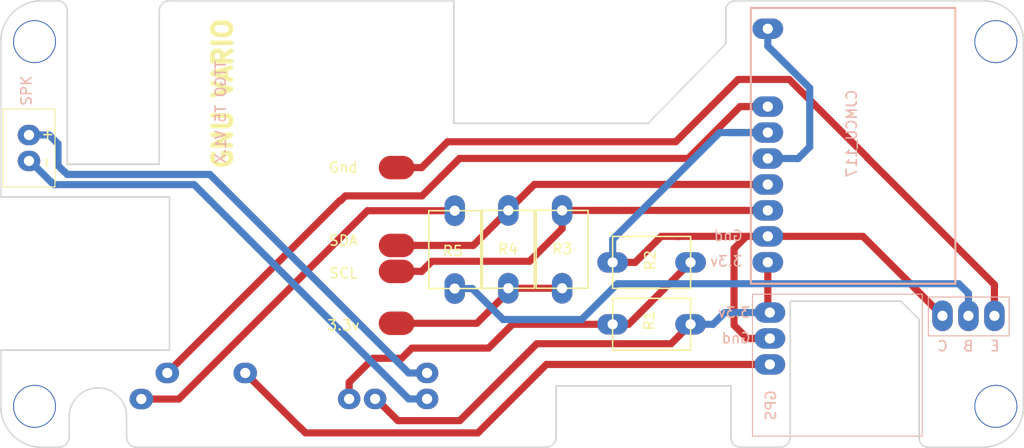
<source format=kicad_pcb>
(kicad_pcb (version 20171130) (host pcbnew "(5.0.0)")

  (general
    (thickness 1.6)
    (drawings 51)
    (tracks 121)
    (zones 0)
    (modules 15)
    (nets 15)
  )

  (page A4)
  (title_block
    (title "GNU Vario for TTGO T5")
    (date 2019-07-02)
    (rev "V 1.4")
    (company Ratamuse)
  )

  (layers
    (0 F.Cu signal)
    (31 B.Cu signal)
    (32 B.Adhes user hide)
    (33 F.Adhes user hide)
    (34 B.Paste user)
    (35 F.Paste user)
    (36 B.SilkS user)
    (37 F.SilkS user)
    (38 B.Mask user hide)
    (39 F.Mask user hide)
    (40 Dwgs.User user hide)
    (41 Cmts.User user hide)
    (42 Eco1.User user hide)
    (43 Eco2.User user hide)
    (44 Edge.Cuts user)
    (45 Margin user hide)
    (46 B.CrtYd user hide)
    (47 F.CrtYd user hide)
    (48 B.Fab user hide)
    (49 F.Fab user hide)
  )

  (setup
    (last_trace_width 0.7)
    (trace_clearance 0.3)
    (zone_clearance 0.1)
    (zone_45_only no)
    (trace_min 0.2)
    (segment_width 0.2)
    (edge_width 0.2)
    (via_size 0.8)
    (via_drill 0.4)
    (via_min_size 0.4)
    (via_min_drill 0.3)
    (uvia_size 0.3)
    (uvia_drill 0.1)
    (uvias_allowed no)
    (uvia_min_size 0.2)
    (uvia_min_drill 0.1)
    (pcb_text_width 0.3)
    (pcb_text_size 1.5 1.5)
    (mod_edge_width 0.15)
    (mod_text_size 1 1)
    (mod_text_width 0.15)
    (pad_size 2 2.2)
    (pad_drill 1)
    (pad_to_mask_clearance 0.2)
    (aux_axis_origin 0 0)
    (visible_elements 7FFFFFFF)
    (pcbplotparams
      (layerselection 0x010f0_ffffffff)
      (usegerberextensions true)
      (usegerberattributes true)
      (usegerberadvancedattributes false)
      (creategerberjobfile false)
      (excludeedgelayer false)
      (linewidth 0.100000)
      (plotframeref false)
      (viasonmask false)
      (mode 1)
      (useauxorigin true)
      (hpglpennumber 1)
      (hpglpenspeed 20)
      (hpglpendiameter 15.000000)
      (psnegative false)
      (psa4output false)
      (plotreference true)
      (plotvalue true)
      (plotinvisibletext false)
      (padsonsilk true)
      (subtractmaskfromsilk false)
      (outputformat 1)
      (mirror false)
      (drillshape 0)
      (scaleselection 1)
      (outputdirectory "JLCPCB/"))
  )

  (net 0 "")
  (net 1 "Net-(ESP321-Pad3)")
  (net 2 "Net-(ESP321-Pad4)")
  (net 3 "Net-(ESP321-Pad20)")
  (net 4 "Net-(ESP321-Pad23)")
  (net 5 "Net-(U1-Pad10)")
  (net 6 "Net-(J1-Pad1)")
  (net 7 "Net-(J1-Pad3)")
  (net 8 "Net-(J1-Pad4)")
  (net 9 "Net-(J1-Pad5)")
  (net 10 "Net-(Q1-Pad2)")
  (net 11 "Net-(Q1-Pad3)")
  (net 12 "Net-(ESP321-Pad12)")
  (net 13 "Net-(ESP321-Pad13)")
  (net 14 "Net-(ESP321-Pad1)")

  (net_class Default "Ceci est la Netclass par défaut."
    (clearance 0.3)
    (trace_width 0.7)
    (via_dia 0.8)
    (via_drill 0.4)
    (uvia_dia 0.3)
    (uvia_drill 0.1)
    (add_net "Net-(ESP321-Pad1)")
    (add_net "Net-(ESP321-Pad12)")
    (add_net "Net-(ESP321-Pad13)")
    (add_net "Net-(ESP321-Pad20)")
    (add_net "Net-(ESP321-Pad23)")
    (add_net "Net-(ESP321-Pad3)")
    (add_net "Net-(ESP321-Pad4)")
    (add_net "Net-(J1-Pad1)")
    (add_net "Net-(J1-Pad3)")
    (add_net "Net-(J1-Pad4)")
    (add_net "Net-(J1-Pad5)")
    (add_net "Net-(Q1-Pad2)")
    (add_net "Net-(Q1-Pad3)")
    (add_net "Net-(U1-Pad10)")
  )

  (module modules:Speaker (layer B.Cu) (tedit 5D1A7FFB) (tstamp 5D1290B6)
    (at 90.8 76.5 270)
    (path /5D129FC5)
    (fp_text reference SPK (at -1.8 2.8 270) (layer B.SilkS)
      (effects (font (size 1 1) (thickness 0.15)))
    )
    (fp_text value Speaker (at 4 7.5 270) (layer B.Adhes)
      (effects (font (size 1 1) (thickness 0.15)) (justify mirror))
    )
    (fp_text user - (at 5.25 0.89 270) (layer F.SilkS)
      (effects (font (size 1 1) (thickness 0.15)))
    )
    (fp_text user + (at 2.5 0.79 270) (layer F.SilkS)
      (effects (font (size 1 1) (thickness 0.15)))
    )
    (fp_line (start 7.62 0) (end 0 0) (layer F.SilkS) (width 0.1))
    (fp_line (start 7.62 5.08) (end 7.62 0) (layer F.SilkS) (width 0.1))
    (fp_line (start 0 5.08) (end 7.62 5.08) (layer F.SilkS) (width 0.1))
    (fp_line (start 0 0) (end 0 5.08) (layer F.SilkS) (width 0.1))
    (pad 2 thru_hole oval (at 5.08 2.54 270) (size 2 2.2) (drill 1) (layers *.Cu *.Paste *.Mask)
      (net 14 "Net-(ESP321-Pad1)"))
    (pad 1 thru_hole oval (at 2.54 2.54 270) (size 2 2.2) (drill 1) (layers *.Cu *.Paste *.Mask)
      (net 13 "Net-(ESP321-Pad13)"))
  )

  (module "modules:trou pads" (layer F.Cu) (tedit 5D129581) (tstamp 5D128189)
    (at 88.8 105.6)
    (fp_text reference REF** (at -10.9 3.8) (layer F.Fab)
      (effects (font (size 1 1) (thickness 0.15)))
    )
    (fp_text value "trou pads" (at -12.5 -0.4) (layer F.Fab)
      (effects (font (size 1 1) (thickness 0.15)))
    )
    (pad "" np_thru_hole circle (at 0 0) (size 4.2 4.2) (drill 4) (layers *.Cu *.Mask))
  )

  (module "modules:trou pads" (layer F.Cu) (tedit 5D129581) (tstamp 5D12817E)
    (at 88.8 69.9)
    (fp_text reference REF** (at -12.1 2.8) (layer F.Fab)
      (effects (font (size 1 1) (thickness 0.15)))
    )
    (fp_text value "trou pads" (at -12.5 -0.4) (layer F.Fab)
      (effects (font (size 1 1) (thickness 0.15)))
    )
    (pad "" np_thru_hole circle (at 0 0) (size 4.2 4.2) (drill 4) (layers *.Cu *.Mask))
  )

  (module "modules:trou pads" (layer F.Cu) (tedit 5D129581) (tstamp 5D128174)
    (at 182.8 69.9)
    (fp_text reference REF** (at 19.4 2.4) (layer F.Fab)
      (effects (font (size 1 1) (thickness 0.15)))
    )
    (fp_text value "trou pads" (at -12.5 -0.4) (layer F.Fab)
      (effects (font (size 1 1) (thickness 0.15)))
    )
    (pad "" np_thru_hole circle (at 0 0) (size 4.2 4.2) (drill 4) (layers *.Cu *.Mask))
  )

  (module "modules:trou pads" (layer F.Cu) (tedit 5D129581) (tstamp 5D128161)
    (at 182.8 105.6)
    (fp_text reference REF** (at -12.1 2.8) (layer F.Fab)
      (effects (font (size 1 1) (thickness 0.15)))
    )
    (fp_text value "trou pads" (at -12.5 -0.4) (layer F.Fab)
      (effects (font (size 1 1) (thickness 0.15)))
    )
    (pad "" np_thru_hole circle (at 0 0) (size 4.2 4.2) (drill 4) (layers *.Cu *.Mask))
  )

  (module modules:TTGO_T5_V1.2v2 (layer F.Cu) (tedit 5D128E03) (tstamp 5D06BB92)
    (at 127.734546 102.554532 90)
    (tags TTGO)
    (path /5CD6BCB7)
    (fp_text reference "TTGO T5 V1.X" (at 25.754532 -20.734546 90) (layer B.SilkS)
      (effects (font (size 1 1) (thickness 0.15)) (justify mirror))
    )
    (fp_text value TTGO_T5 (at 13.02 -34.57 90) (layer F.Fab)
      (effects (font (size 1 1) (thickness 0.15)))
    )
    (fp_line (start -7.06 0) (end -7.06 -35.7) (layer Dwgs.User) (width 0.15))
    (fp_line (start -7.06 -35.7) (end 20.64 -35.7) (layer Dwgs.User) (width 0.15))
    (fp_line (start 36.64 -26.7) (end 36.64 2.1) (layer Dwgs.User) (width 0.15))
    (fp_line (start 36.64 30.1) (end -7.06 30.1) (layer Dwgs.User) (width 0.15))
    (fp_line (start -7.06 12.1) (end -7.06 0) (layer Dwgs.User) (width 0.15))
    (fp_line (start -7.06 22.1) (end -1.07 22.1) (layer Dwgs.User) (width 0.15))
    (fp_line (start -1.07 22.1) (end -1.07 12.1) (layer Dwgs.User) (width 0.15))
    (fp_line (start -1.07 12.1) (end -7.06 12.1) (layer Dwgs.User) (width 0.15))
    (fp_line (start -7.06 22.1) (end -7.06 30.1) (layer Dwgs.User) (width 0.15))
    (fp_line (start 20.64 -35.7) (end 20.64 -26.7) (layer Dwgs.User) (width 0.15))
    (fp_line (start 20.64 -26.7) (end 36.64 -26.7) (layer Dwgs.User) (width 0.15))
    (fp_line (start 36.64 21.1) (end 24.64 21.1) (layer Dwgs.User) (width 0.15))
    (fp_line (start 24.64 21.1) (end 24.64 2.1) (layer Dwgs.User) (width 0.15))
    (fp_line (start 24.64 2.1) (end 36.64 2.1) (layer Dwgs.User) (width 0.15))
    (fp_line (start 36.64 21.1) (end 36.64 30.1) (layer Dwgs.User) (width 0.15))
    (fp_circle (center 33.63 25.66) (end 34.83 25.66) (layer Dwgs.User) (width 0.15))
    (fp_circle (center -4.05 -32.7) (end -2.85 -32.7) (layer Dwgs.User) (width 0.15))
    (fp_circle (center -4.05 25.68) (end -2.85 25.68) (layer Dwgs.User) (width 0.15))
    (pad "HP +" thru_hole oval (at 0.22 -0.55 90) (size 2 2.2) (drill 1) (layers *.Cu *.Paste *.Mask)
      (net 13 "Net-(ESP321-Pad13)"))
    (pad "HP -" thru_hole oval (at -2.32 -0.55 90) (size 2 2.2) (drill 1) (layers *.Cu *.Paste *.Mask)
      (net 14 "Net-(ESP321-Pad1)"))
    (pad 12 thru_hole oval (at -2.33 -28.49 90) (size 2 2.3) (drill 1) (layers *.Cu *.Paste *.Mask)
      (net 12 "Net-(ESP321-Pad12)"))
    (pad 3 thru_hole oval (at -2.32 -5.63 90) (size 2 2.2) (drill 1) (layers *.Cu *.Paste *.Mask)
      (net 1 "Net-(ESP321-Pad3)"))
    (pad 4 thru_hole oval (at -2.32 -8.17 90) (size 2 2.2) (drill 1) (layers *.Cu *.Paste *.Mask)
      (net 2 "Net-(ESP321-Pad4)"))
    (pad 20 thru_hole oval (at 0.22 -18.33 90) (size 2 2.3) (drill 1) (layers *.Cu *.Paste *.Mask)
      (net 3 "Net-(ESP321-Pad20)"))
    (pad 23 thru_hole oval (at 0.22 -25.95 90) (size 2 2.3) (drill 1) (layers *.Cu *.Paste *.Mask)
      (net 4 "Net-(ESP321-Pad23)"))
  )

  (module modules:GPS (layer F.Cu) (tedit 5D0C9FA5) (tstamp 5CF0DA1C)
    (at 160.7 96.42 270)
    (path /5CD6BEF4)
    (fp_text reference U2 (at 4.2 -7.3 270) (layer Dwgs.User)
      (effects (font (size 1 1) (thickness 0.15)) (justify mirror))
    )
    (fp_text value GPS (at 9.08 -0.1 270) (layer B.SilkS)
      (effects (font (size 1 1) (thickness 0.15)) (justify mirror))
    )
    (fp_text user Gnd (at 2.5 3.3) (layer B.SilkS)
      (effects (font (size 1 1) (thickness 0.15)) (justify mirror))
    )
    (fp_text user 3.3v (at 0 3.5) (layer B.SilkS)
      (effects (font (size 1 1) (thickness 0.15)) (justify mirror))
    )
    (fp_line (start 12.1 1.7) (end -1.8 1.7) (layer B.SilkS) (width 0.1))
    (fp_line (start 12.1 -14.9) (end 12.1 1.7) (layer B.SilkS) (width 0.1))
    (fp_line (start -1.8 -14.9) (end 12.1 -14.9) (layer B.SilkS) (width 0.1))
    (fp_line (start -1.8 1.7) (end -1.8 -14.9) (layer B.SilkS) (width 0.1))
    (pad 1 thru_hole oval (at 0 0 270) (size 2 3) (drill 1) (layers *.Cu *.Paste *.Mask)
      (net 1 "Net-(ESP321-Pad3)"))
    (pad 3 thru_hole oval (at 5.08 0 270) (size 2 3) (drill 1) (layers *.Cu *.Paste *.Mask)
      (net 3 "Net-(ESP321-Pad20)"))
    (pad 2 thru_hole oval (at 2.54 0 270) (size 2 3) (drill 1) (layers *.Cu *.Paste *.Mask)
      (net 11 "Net-(Q1-Pad3)"))
  )

  (module modules:R1 (layer F.Cu) (tedit 5D0C9F71) (tstamp 5CF0B9B1)
    (at 145.33 97.57 270)
    (path /5CD6C26E)
    (fp_text reference R1 (at -0.37 -3.57 270) (layer F.SilkS)
      (effects (font (size 1 1) (thickness 0.15)))
    )
    (fp_text value 270k (at 1.27 -2.54 270) (layer F.Fab)
      (effects (font (size 1 1) (thickness 0.15)))
    )
    (fp_line (start -2.54 0) (end -2.54 -7.62) (layer F.SilkS) (width 0.15))
    (fp_line (start 2.54 0) (end -2.54 0) (layer F.SilkS) (width 0.15))
    (fp_line (start 2.54 -7.62) (end 2.54 0) (layer F.SilkS) (width 0.15))
    (fp_line (start -2.54 -7.62) (end 2.54 -7.62) (layer F.SilkS) (width 0.15))
    (pad 2 thru_hole oval (at 0 -7.62 270) (size 2 3) (drill 1) (layers *.Cu *.Paste *.Mask)
      (net 1 "Net-(ESP321-Pad3)"))
    (pad 1 thru_hole oval (at 0 0 270) (size 2 3) (drill 1) (layers *.Cu *.Paste *.Mask)
      (net 2 "Net-(ESP321-Pad4)"))
  )

  (module modules:R2 (layer F.Cu) (tedit 5D0C9F86) (tstamp 5CF0B9BB)
    (at 145.33 91.51 270)
    (path /5CD6C1F8)
    (fp_text reference R2 (at -0.21 -3.67 270) (layer F.SilkS)
      (effects (font (size 1 1) (thickness 0.15)))
    )
    (fp_text value 1M (at 0 -3.81 270) (layer F.Fab)
      (effects (font (size 1 1) (thickness 0.15)))
    )
    (fp_line (start -2.54 0) (end -2.54 -7.62) (layer F.SilkS) (width 0.15))
    (fp_line (start 2.54 0) (end -2.54 0) (layer F.SilkS) (width 0.15))
    (fp_line (start 2.54 -7.62) (end 2.54 0) (layer F.SilkS) (width 0.15))
    (fp_line (start -2.54 -7.62) (end 2.54 -7.62) (layer F.SilkS) (width 0.15))
    (pad 2 thru_hole oval (at 0 -7.62 270) (size 2 3) (drill 1) (layers *.Cu *.Paste *.Mask)
      (net 2 "Net-(ESP321-Pad4)"))
    (pad 1 thru_hole oval (at 0 0 270) (size 2 3) (drill 1) (layers *.Cu *.Paste *.Mask)
      (net 11 "Net-(Q1-Pad3)"))
  )

  (module modules:R1 (layer F.Cu) (tedit 5D0C9F71) (tstamp 5CFD6442)
    (at 140.39 86.42 180)
    (path /5CFDF6CA)
    (fp_text reference R3 (at -0.01 -3.78 180) (layer F.SilkS)
      (effects (font (size 1 1) (thickness 0.15)))
    )
    (fp_text value 4.7k (at -7.62 -5.08 180) (layer F.Fab)
      (effects (font (size 1 1) (thickness 0.15)))
    )
    (fp_line (start -2.54 0) (end -2.54 -7.62) (layer F.SilkS) (width 0.15))
    (fp_line (start 2.54 0) (end -2.54 0) (layer F.SilkS) (width 0.15))
    (fp_line (start 2.54 -7.62) (end 2.54 0) (layer F.SilkS) (width 0.15))
    (fp_line (start -2.54 -7.62) (end 2.54 -7.62) (layer F.SilkS) (width 0.15))
    (pad 2 thru_hole oval (at 0 -7.62 180) (size 2 3) (drill 1) (layers *.Cu *.Paste *.Mask)
      (net 9 "Net-(J1-Pad5)"))
    (pad 1 thru_hole oval (at 0 0 180) (size 2 3) (drill 1) (layers *.Cu *.Paste *.Mask)
      (net 8 "Net-(J1-Pad4)"))
  )

  (module modules:R1 (layer F.Cu) (tedit 5D0C9F71) (tstamp 5CFD645D)
    (at 135.13 86.42 180)
    (path /5CFDE7EF)
    (fp_text reference R4 (at 0.03 -3.78 180) (layer F.SilkS)
      (effects (font (size 1 1) (thickness 0.15)))
    )
    (fp_text value 4.7k (at -7.62 -5.08 180) (layer F.Fab)
      (effects (font (size 1 1) (thickness 0.15)))
    )
    (fp_line (start -2.54 0) (end -2.54 -7.62) (layer F.SilkS) (width 0.15))
    (fp_line (start 2.54 0) (end -2.54 0) (layer F.SilkS) (width 0.15))
    (fp_line (start 2.54 -7.62) (end 2.54 0) (layer F.SilkS) (width 0.15))
    (fp_line (start -2.54 -7.62) (end 2.54 -7.62) (layer F.SilkS) (width 0.15))
    (pad 2 thru_hole oval (at 0 -7.62 180) (size 2 3) (drill 1) (layers *.Cu *.Paste *.Mask)
      (net 9 "Net-(J1-Pad5)"))
    (pad 1 thru_hole oval (at 0 0 180) (size 2 3) (drill 1) (layers *.Cu *.Paste *.Mask)
      (net 7 "Net-(J1-Pad3)"))
  )

  (module modules:PinHeader_1x05_P2.54mm_Vertical_ttgo (layer F.Cu) (tedit 5D0F7593) (tstamp 5D0B5D11)
    (at 124.21 84.77)
    (descr "Through hole straight pin header, 1x05, 2.54mm pitch, single row")
    (tags "Through hole pin header THT 1x05 2.54mm single row")
    (path /5CFFB39D)
    (fp_text reference J1 (at 0 -2.33) (layer Dwgs.User)
      (effects (font (size 1 1) (thickness 0.15)))
    )
    (fp_text value Conn_01x05 (at 0 12.49) (layer Dwgs.User)
      (effects (font (size 1 1) (thickness 0.15)))
    )
    (fp_text user Gnd (at -5.21 -2.57) (layer F.SilkS)
      (effects (font (size 1 1) (thickness 0.15)))
    )
    (fp_text user SDA (at -5.2 4.6) (layer F.SilkS)
      (effects (font (size 1 1) (thickness 0.15)))
    )
    (fp_text user SCL (at -5.2 7.8) (layer F.SilkS)
      (effects (font (size 1 1) (thickness 0.15)))
    )
    (fp_text user 3.3v (at -5.2 12.9) (layer F.SilkS)
      (effects (font (size 1 1) (thickness 0.15)))
    )
    (pad 5 smd oval (at 0 12.7) (size 3.5 2.3) (layers F.Cu F.Paste F.Mask)
      (net 9 "Net-(J1-Pad5)"))
    (pad 4 smd oval (at 0 7.62) (size 3.5 2.3) (layers F.Cu F.Paste F.Mask)
      (net 8 "Net-(J1-Pad4)"))
    (pad 3 smd oval (at 0 5.08) (size 3.5 2.3) (layers F.Cu F.Paste F.Mask)
      (net 7 "Net-(J1-Pad3)"))
    (pad 1 smd oval (at 0 -2.54) (size 3.5 2.3) (layers F.Cu F.Paste F.Mask)
      (net 6 "Net-(J1-Pad1)"))
    (model ${KISYS3DMOD}/Connector_PinHeader_2.54mm.3dshapes/PinHeader_1x05_P2.54mm_Vertical.wrl
      (at (xyz 0 0 0))
      (scale (xyz 1 1 1))
      (rotate (xyz 0 0 0))
    )
  )

  (module modules:R1 (layer F.Cu) (tedit 5D0C9F71) (tstamp 5D035009)
    (at 129.89 86.45 180)
    (path /5D033FE3)
    (fp_text reference R5 (at 0.19 -3.95 180) (layer F.SilkS)
      (effects (font (size 1 1) (thickness 0.15)))
    )
    (fp_text value 1K (at -7.62 -5.08 180) (layer F.Fab)
      (effects (font (size 1 1) (thickness 0.15)))
    )
    (fp_line (start -2.54 0) (end -2.54 -7.62) (layer F.SilkS) (width 0.15))
    (fp_line (start 2.54 0) (end -2.54 0) (layer F.SilkS) (width 0.15))
    (fp_line (start 2.54 -7.62) (end 2.54 0) (layer F.SilkS) (width 0.15))
    (fp_line (start -2.54 -7.62) (end 2.54 -7.62) (layer F.SilkS) (width 0.15))
    (pad 2 thru_hole oval (at 0 -7.62 180) (size 2 3) (drill 1) (layers *.Cu *.Paste *.Mask)
      (net 10 "Net-(Q1-Pad2)"))
    (pad 1 thru_hole oval (at 0 0 180) (size 2 3) (drill 1) (layers *.Cu *.Paste *.Mask)
      (net 12 "Net-(ESP321-Pad12)"))
  )

  (module modules:Transistor (layer F.Cu) (tedit 5D0CA275) (tstamp 5D03A8E9)
    (at 185.2 94.2 180)
    (path /5D03B273)
    (fp_text reference Q1 (at 3.1 1.3 180) (layer Dwgs.User)
      (effects (font (size 1 1) (thickness 0.15)))
    )
    (fp_text value S8050 (at -10.4 -0.4 180) (layer Dwgs.User)
      (effects (font (size 1 1) (thickness 0.15)))
    )
    (fp_text user E (at 2.5 -5.5 180) (layer B.SilkS)
      (effects (font (size 1 1) (thickness 0.15)) (justify mirror))
    )
    (fp_text user B (at 5.1 -5.5 180) (layer B.SilkS)
      (effects (font (size 1 1) (thickness 0.15)) (justify mirror))
    )
    (fp_text user C (at 7.6 -5.5 180) (layer B.SilkS)
      (effects (font (size 1 1) (thickness 0.15)) (justify mirror))
    )
    (fp_line (start 1.1 -4.5) (end 9 -4.5) (layer B.SilkS) (width 0.1))
    (fp_line (start 1.1 -0.7) (end 1.1 -4.5) (layer B.SilkS) (width 0.1))
    (fp_line (start 9 -0.7) (end 9 -4.5) (layer B.SilkS) (width 0.1))
    (fp_line (start 1.1 -0.7) (end 9 -0.7) (layer B.SilkS) (width 0.1))
    (pad 3 thru_hole oval (at 7.62 -2.54 180) (size 2 3) (drill 1) (layers *.Cu *.Paste *.Mask)
      (net 11 "Net-(Q1-Pad3)"))
    (pad 2 thru_hole oval (at 5.08 -2.54 180) (size 2 3) (drill 1) (layers *.Cu *.Paste *.Mask)
      (net 10 "Net-(Q1-Pad2)"))
    (pad 1 thru_hole oval (at 2.54 -2.54 180) (size 2 3) (drill 1) (layers *.Cu *.Paste *.Mask)
      (net 6 "Net-(J1-Pad1)"))
  )

  (module modules:CJMCU-1000F (layer B.Cu) (tedit 5D1294A1) (tstamp 5CD9ABB2)
    (at 163.04 78.8 270)
    (path /5CD6C16D)
    (fp_text reference U1 (at 0 -6.35 270) (layer Dwgs.User)
      (effects (font (size 1 1) (thickness 0.15)))
    )
    (fp_text value CJMCU_117 (at 0.1 -5.66 270) (layer B.SilkS)
      (effects (font (size 1 1) (thickness 0.15)) (justify mirror))
    )
    (fp_line (start -12.2 4.2) (end 14.8 4.2) (layer B.SilkS) (width 0.2))
    (fp_line (start -12.2 -15.8) (end -12.2 4.2) (layer B.SilkS) (width 0.2))
    (fp_line (start 14.8 4.2) (end 14.8 -15.8) (layer B.SilkS) (width 0.2))
    (fp_line (start 14.8 -15.8) (end -12.2 -15.8) (layer B.SilkS) (width 0.2))
    (fp_text user 3.3v (at 12.6 6.6 180) (layer B.SilkS)
      (effects (font (size 1 1) (thickness 0.15)) (justify mirror))
    )
    (fp_text user Gnd (at 10.1 6.4 180) (layer B.SilkS)
      (effects (font (size 1 1) (thickness 0.15)) (justify mirror))
    )
    (pad 1 thru_hole oval (at 12.7 2.54 270) (size 2 3) (drill 1) (layers *.Cu *.Paste *.Mask)
      (net 1 "Net-(ESP321-Pad3)"))
    (pad 2 thru_hole oval (at 10.16 2.54 270) (size 2 3) (drill 1) (layers *.Cu *.Paste *.Mask)
      (net 11 "Net-(Q1-Pad3)"))
    (pad 3 thru_hole oval (at 7.62 2.54 270) (size 2 3) (drill 1) (layers *.Cu *.Paste *.Mask)
      (net 8 "Net-(J1-Pad4)"))
    (pad 4 thru_hole oval (at 5.08 2.54 270) (size 2 3) (drill 1) (layers *.Cu *.Paste *.Mask)
      (net 7 "Net-(J1-Pad3)"))
    (pad 7 thru_hole oval (at -2.54 2.54 270) (size 2 3) (drill 1) (layers *.Cu *.Paste *.Mask)
      (net 4 "Net-(ESP321-Pad23)"))
    (pad 5 thru_hole oval (at 2.54 2.54 270) (size 2 3) (drill 1) (layers *.Cu *.Paste *.Mask)
      (net 5 "Net-(U1-Pad10)"))
    (pad 6 thru_hole oval (at 0 2.54 270) (size 2 3) (drill 1) (layers *.Cu *.Paste *.Mask)
      (net 11 "Net-(Q1-Pad3)"))
    (pad 10 thru_hole oval (at -10.16 2.54 270) (size 2 3) (drill 1) (layers *.Cu *.Paste *.Mask)
      (net 5 "Net-(U1-Pad10)"))
  )

  (gr_line (start 162.7 95.3) (end 173.5 95.3) (layer Edge.Cuts) (width 0.15))
  (gr_arc (start 161.7 108.6) (end 161.7 109.6) (angle -90) (layer Edge.Cuts) (width 0.15) (tstamp 5D127FDA))
  (gr_arc (start 176.2 108.7) (end 175.3 108.7) (angle -90) (layer Edge.Cuts) (width 0.15) (tstamp 5D127FCE))
  (gr_line (start 175.3 97.1) (end 175.3 108.8) (layer Edge.Cuts) (width 0.15))
  (gr_line (start 173.5 95.3) (end 175.3 97.1) (layer Edge.Cuts) (width 0.15))
  (gr_line (start 162.7 95.3) (end 162.7 108.6) (layer Edge.Cuts) (width 0.15))
  (gr_circle (center 88.8 105.6) (end 90.8 105.6) (layer Eco1.User) (width 0.2))
  (gr_circle (center 88.8 69.9) (end 90.8 69.9) (layer Eco1.User) (width 0.2))
  (gr_circle (center 182.8 69.9) (end 184.8 69.9) (layer Eco1.User) (width 0.2))
  (gr_circle (center 182.8 105.6) (end 184.8 105.6) (layer Eco1.User) (width 0.2))
  (gr_arc (start 157.8 108.7) (end 156.9 108.7) (angle -90) (layer Edge.Cuts) (width 0.15))
  (gr_line (start 85.5 69.9) (end 85.5 85.1) (layer Edge.Cuts) (width 0.15))
  (gr_line (start 102 100.1) (end 85.5 100.1) (layer Edge.Cuts) (width 0.15))
  (gr_line (start 102 85.1) (end 102 100.1) (layer Edge.Cuts) (width 0.15))
  (gr_line (start 101 85.1) (end 102 85.1) (layer Edge.Cuts) (width 0.15))
  (gr_line (start 101 85.1) (end 85.5 85.1) (layer Edge.Cuts) (width 0.15))
  (gr_line (start 148.8 77.9) (end 156.4 70.1) (layer Edge.Cuts) (width 0.15))
  (gr_line (start 129.8 77.9) (end 148.8 77.9) (layer Edge.Cuts) (width 0.15))
  (gr_line (start 129.8 65.9) (end 129.8 77.9) (layer Edge.Cuts) (width 0.15))
  (gr_line (start 157.8 109.6) (end 161.7 109.6) (layer Edge.Cuts) (width 0.15))
  (gr_line (start 175.7 65.9) (end 162.4 65.9) (layer Edge.Cuts) (width 0.15))
  (gr_line (start 162.4 65.9) (end 157.4 65.9) (layer Edge.Cuts) (width 0.15))
  (gr_arc (start 157.355188 66.896001) (end 157.4 65.9) (angle -75.35856355) (layer Edge.Cuts) (width 0.15) (tstamp 5CFD815A))
  (gr_line (start 156.4 66.6) (end 156.4 70.1) (layer Edge.Cuts) (width 0.15) (tstamp 5CFD8159))
  (gr_arc (start 98.8 108.6) (end 97.8 108.6) (angle -90) (layer Edge.Cuts) (width 0.15))
  (gr_arc (start 91.198215 108.6) (end 91.198215 109.6) (angle -90) (layer Edge.Cuts) (width 0.15))
  (gr_arc (start 95 106.6) (end 97.8 106.5) (angle -177.9545915) (layer Edge.Cuts) (width 0.15))
  (gr_line (start 97.8 108.6) (end 97.8 106.6) (layer Edge.Cuts) (width 0.15))
  (gr_line (start 92.198215 108.6) (end 92.198215 106.6) (layer Edge.Cuts) (width 0.15))
  (gr_arc (start 138.8 108.6) (end 138.8 109.6) (angle -90) (layer Edge.Cuts) (width 0.15))
  (gr_arc (start 102 66.9) (end 102 65.9) (angle -90) (layer Edge.Cuts) (width 0.15))
  (gr_arc (start 91 66.9) (end 92 66.9) (angle -90) (layer Edge.Cuts) (width 0.15))
  (gr_arc (start 89.5 69.9) (end 89.5 65.9) (angle -90) (layer Edge.Cuts) (width 0.15))
  (gr_arc (start 89.5 105.6) (end 85.5 105.6) (angle -90) (layer Edge.Cuts) (width 0.15))
  (gr_arc (start 181.5 105.6) (end 181.5 109.6) (angle -90) (layer Edge.Cuts) (width 0.15))
  (gr_arc (start 181.5 69.9) (end 185.5 69.9) (angle -90) (layer Edge.Cuts) (width 0.15))
  (gr_line (start 156.9 103.6) (end 139.8 103.6) (layer Edge.Cuts) (width 0.15))
  (gr_line (start 139.8 103.6) (end 139.8 108.6) (layer Edge.Cuts) (width 0.15))
  (gr_line (start 156.9 108.7) (end 156.9 103.6) (layer Edge.Cuts) (width 0.15))
  (gr_line (start 138.8 109.6) (end 98.8 109.6) (layer Edge.Cuts) (width 0.15))
  (gr_line (start 181.5 109.6) (end 176.3 109.6) (layer Edge.Cuts) (width 0.15))
  (gr_line (start 185.5 69.9) (end 185.5 105.6) (layer Edge.Cuts) (width 0.15))
  (gr_line (start 175.7 65.9) (end 181.5 65.9) (layer Edge.Cuts) (width 0.15))
  (gr_line (start 102 65.9) (end 129.8 65.9) (layer Edge.Cuts) (width 0.15))
  (gr_line (start 101 81.9) (end 101 66.9) (layer Edge.Cuts) (width 0.15))
  (gr_line (start 92 81.9) (end 101 81.9) (layer Edge.Cuts) (width 0.15))
  (gr_line (start 92 66.9) (end 92 81.9) (layer Edge.Cuts) (width 0.15))
  (gr_line (start 89.5 65.9) (end 91 65.9) (layer Edge.Cuts) (width 0.15))
  (gr_line (start 85.5 105.6) (end 85.5 100.1) (layer Edge.Cuts) (width 0.15))
  (gr_line (start 91.2 109.6) (end 89.5 109.6) (layer Edge.Cuts) (width 0.15))
  (gr_text "GNU VARIO\n" (at 107.2 74.99 90) (layer F.SilkS)
    (effects (font (size 1.8 1.8) (thickness 0.45)))
  )

  (segment (start 160.7 91.7) (end 160.5 91.5) (width 0.7) (layer F.Cu) (net 1))
  (segment (start 160.5 96.22) (end 160.7 96.42) (width 0.7) (layer F.Cu) (net 1))
  (segment (start 160.5 91.5) (end 160.5 96.22) (width 0.7) (layer F.Cu) (net 1))
  (segment (start 158.5 96.42) (end 158.5 96.42) (width 0.7) (layer B.Cu) (net 1))
  (segment (start 155.15 97.57) (end 156.3 96.42) (width 0.7) (layer B.Cu) (net 1))
  (segment (start 156.3 96.42) (end 158.5 96.42) (width 0.7) (layer B.Cu) (net 1))
  (segment (start 155.15 97.57) (end 155.15 97.57) (width 0.7) (layer B.Cu) (net 1) (tstamp 5D125B24))
  (segment (start 152.95 97.57) (end 155.15 97.57) (width 0.7) (layer B.Cu) (net 1))
  (segment (start 158.5 96.42) (end 160.7 96.42) (width 0.7) (layer B.Cu) (net 1))
  (segment (start 151.800001 98.719999) (end 152.95 97.57) (width 0.7) (layer F.Cu) (net 1))
  (segment (start 122.204546 104.874532) (end 124.330014 107) (width 0.7) (layer F.Cu) (net 1))
  (segment (start 122.104546 104.874532) (end 122.204546 104.874532) (width 0.7) (layer F.Cu) (net 1))
  (segment (start 124.330014 107) (end 130.385774 107) (width 0.7) (layer F.Cu) (net 1))
  (segment (start 130.385774 107) (end 137.915773 99.470001) (width 0.7) (layer F.Cu) (net 1))
  (segment (start 137.915773 99.470001) (end 151.049999 99.470001) (width 0.7) (layer F.Cu) (net 1))
  (segment (start 151.049999 99.470001) (end 151.800001 98.719999) (width 0.7) (layer F.Cu) (net 1))
  (segment (start 146.89 97.57) (end 145.33 97.57) (width 0.7) (layer F.Cu) (net 2))
  (segment (start 152.95 91.51) (end 146.89 97.57) (width 0.7) (layer F.Cu) (net 2))
  (segment (start 119.564546 103.248187) (end 119.564546 104.874532) (width 0.7) (layer F.Cu) (net 2))
  (segment (start 121.912733 100.9) (end 119.564546 103.248187) (width 0.7) (layer F.Cu) (net 2))
  (segment (start 145.33 97.57) (end 135.53 97.57) (width 0.7) (layer F.Cu) (net 2))
  (segment (start 121.912733 100.9) (end 124.7 100.9) (width 0.7) (layer F.Cu) (net 2))
  (segment (start 124.7 100.9) (end 125.7 99.9) (width 0.7) (layer F.Cu) (net 2))
  (segment (start 133.2 99.9) (end 135.53 97.57) (width 0.7) (layer F.Cu) (net 2))
  (segment (start 125.7 99.9) (end 133.2 99.9) (width 0.7) (layer F.Cu) (net 2))
  (segment (start 160.7 101.5) (end 138.85 101.5) (width 0.7) (layer F.Cu) (net 3))
  (segment (start 138.05 102.3) (end 138.04 102.3) (width 0.7) (layer F.Cu) (net 3))
  (segment (start 138.85 101.5) (end 138.05 102.3) (width 0.7) (layer F.Cu) (net 3))
  (segment (start 114.800014 107.73) (end 109.404546 102.334532) (width 0.7) (layer F.Cu) (net 3))
  (segment (start 114.800014 107.73) (end 114.83 107.73) (width 0.7) (layer F.Cu) (net 3))
  (segment (start 114.83 107.73) (end 115.3 108.2) (width 0.7) (layer F.Cu) (net 3))
  (segment (start 132.15 108.2) (end 138.05 102.3) (width 0.7) (layer F.Cu) (net 3))
  (segment (start 115.3 108.2) (end 132.15 108.2) (width 0.7) (layer F.Cu) (net 3))
  (segment (start 159.06316 76.26) (end 160.5 76.26) (width 0.7) (layer F.Cu) (net 4))
  (segment (start 128.58 83.11) (end 130.36 81.33) (width 0.7) (layer F.Cu) (net 4))
  (segment (start 128.57 83.11) (end 128.58 83.11) (width 0.7) (layer F.Cu) (net 4))
  (segment (start 158.3 76.26) (end 160.5 76.26) (width 0.7) (layer F.Cu) (net 4))
  (segment (start 157.785998 76.26) (end 158.3 76.26) (width 0.7) (layer F.Cu) (net 4))
  (segment (start 152.715998 81.33) (end 157.785998 76.26) (width 0.7) (layer F.Cu) (net 4))
  (segment (start 130.36 81.33) (end 152.715998 81.33) (width 0.7) (layer F.Cu) (net 4))
  (segment (start 101.784546 102.334532) (end 118.669088 85.44999) (width 0.7) (layer F.Cu) (net 4))
  (segment (start 118.669088 85.44999) (end 118.75001 85.44999) (width 0.7) (layer F.Cu) (net 4))
  (segment (start 118.75001 85.44999) (end 119.2 85) (width 0.7) (layer F.Cu) (net 4))
  (segment (start 126.69 85) (end 130.36 81.33) (width 0.7) (layer F.Cu) (net 4))
  (segment (start 119.2 85) (end 126.69 85) (width 0.7) (layer F.Cu) (net 4))
  (segment (start 163.46 81.34) (end 163.46 81.34) (width 0.7) (layer B.Cu) (net 5))
  (segment (start 160.5 70.34) (end 160.5 68.64) (width 0.7) (layer B.Cu) (net 5))
  (segment (start 164.6 74.44) (end 160.5 70.34) (width 0.7) (layer B.Cu) (net 5))
  (segment (start 164.6 80.2) (end 164.6 74.44) (width 0.7) (layer B.Cu) (net 5))
  (segment (start 160.5 81.34) (end 163.46 81.34) (width 0.7) (layer B.Cu) (net 5))
  (segment (start 163.46 81.34) (end 164.6 80.2) (width 0.7) (layer B.Cu) (net 5))
  (segment (start 170.24 81.27) (end 182.66 93.69) (width 0.7) (layer F.Cu) (net 6))
  (segment (start 182.66 96.74) (end 182.66 93.69) (width 0.7) (layer F.Cu) (net 6))
  (segment (start 170.24 81.27) (end 170.24 81.24) (width 0.7) (layer F.Cu) (net 6))
  (segment (start 170.24 81.24) (end 162.6 73.6) (width 0.7) (layer F.Cu) (net 6))
  (segment (start 162.6 73.6) (end 157.6 73.6) (width 0.7) (layer F.Cu) (net 6))
  (segment (start 157.6 73.6) (end 151.5 79.7) (width 0.7) (layer F.Cu) (net 6))
  (segment (start 126.66 82.23) (end 124.21 82.23) (width 0.7) (layer F.Cu) (net 6))
  (segment (start 129.19 79.7) (end 126.66 82.23) (width 0.7) (layer F.Cu) (net 6))
  (segment (start 151.5 79.7) (end 129.19 79.7) (width 0.7) (layer F.Cu) (net 6))
  (segment (start 135.13 86.42) (end 137.29 84.26) (width 0.7) (layer F.Cu) (net 7))
  (segment (start 137.67 83.88) (end 137.29 84.26) (width 0.7) (layer F.Cu) (net 7))
  (segment (start 160.5 83.88) (end 137.67 83.88) (width 0.7) (layer F.Cu) (net 7))
  (segment (start 131.7 89.85) (end 124.21 89.85) (width 0.7) (layer F.Cu) (net 7))
  (segment (start 135.13 86.42) (end 131.7 89.85) (width 0.7) (layer F.Cu) (net 7))
  (segment (start 145.92 86.42) (end 160.5 86.42) (width 0.7) (layer F.Cu) (net 8))
  (segment (start 145.92 86.42) (end 140.39 86.42) (width 0.7) (layer F.Cu) (net 8))
  (segment (start 140.39 88.21) (end 140.39 86.42) (width 0.7) (layer F.Cu) (net 8))
  (segment (start 137.2 91.4) (end 140.39 88.21) (width 0.7) (layer F.Cu) (net 8))
  (segment (start 127.65 91.4) (end 137.2 91.4) (width 0.7) (layer F.Cu) (net 8))
  (segment (start 126.66 92.39) (end 127.65 91.4) (width 0.7) (layer F.Cu) (net 8))
  (segment (start 124.21 92.39) (end 126.66 92.39) (width 0.7) (layer F.Cu) (net 8))
  (segment (start 140.39 94.04) (end 135.13 94.04) (width 0.7) (layer F.Cu) (net 9))
  (segment (start 135.13 94.39) (end 135.13 94.04) (width 0.7) (layer F.Cu) (net 9))
  (segment (start 132.05 97.47) (end 135.13 94.39) (width 0.7) (layer F.Cu) (net 9))
  (segment (start 124.21 97.47) (end 132.05 97.47) (width 0.7) (layer F.Cu) (net 9))
  (segment (start 180.12 94.54) (end 180.12 96.74) (width 0.7) (layer B.Cu) (net 10))
  (segment (start 131.59 94.07) (end 134.62 97.1) (width 0.7) (layer B.Cu) (net 10))
  (segment (start 129.89 94.07) (end 131.59 94.07) (width 0.7) (layer B.Cu) (net 10))
  (segment (start 134.62 97.1) (end 142.3 97.1) (width 0.7) (layer B.Cu) (net 10))
  (segment (start 142.3 97.1) (end 145.8 93.6) (width 0.7) (layer B.Cu) (net 10))
  (segment (start 145.8 93.6) (end 179.18 93.6) (width 0.7) (layer B.Cu) (net 10))
  (segment (start 179.18 93.6) (end 180.12 94.54) (width 0.7) (layer B.Cu) (net 10))
  (segment (start 162.76 88.96) (end 160.5 88.96) (width 0.7) (layer F.Cu) (net 11))
  (segment (start 177.58 96.74) (end 169.8 88.96) (width 0.7) (layer F.Cu) (net 11))
  (segment (start 169.8 88.96) (end 162.76 88.96) (width 0.7) (layer F.Cu) (net 11))
  (segment (start 159.073655 98.96) (end 160.7 98.96) (width 0.7) (layer F.Cu) (net 11))
  (segment (start 150.08 88.96) (end 151.93 88.96) (width 0.7) (layer F.Cu) (net 11))
  (segment (start 147.53 91.51) (end 150.08 88.96) (width 0.7) (layer F.Cu) (net 11))
  (segment (start 145.33 91.51) (end 147.53 91.51) (width 0.7) (layer F.Cu) (net 11))
  (segment (start 151.93 88.96) (end 151.45 88.96) (width 0.7) (layer F.Cu) (net 11))
  (segment (start 157.2 90.16) (end 158.4 88.96) (width 0.7) (layer F.Cu) (net 11))
  (segment (start 157.2 97.66) (end 157.2 90.16) (width 0.7) (layer F.Cu) (net 11))
  (segment (start 158.5 98.96) (end 157.2 97.66) (width 0.7) (layer F.Cu) (net 11))
  (segment (start 160.7 98.96) (end 158.5 98.96) (width 0.7) (layer F.Cu) (net 11))
  (segment (start 160.5 88.96) (end 158.4 88.96) (width 0.7) (layer F.Cu) (net 11))
  (segment (start 158.4 88.96) (end 151.93 88.96) (width 0.7) (layer F.Cu) (net 11))
  (segment (start 160.4 78.9) (end 160.5 78.8) (width 0.7) (layer F.Cu) (net 11))
  (segment (start 156.8 78.8) (end 160.5 78.8) (width 0.7) (layer B.Cu) (net 11))
  (segment (start 145.33 89.27) (end 145.33 91.51) (width 0.7) (layer B.Cu) (net 11))
  (segment (start 160.5 78.8) (end 155.8 78.8) (width 0.7) (layer B.Cu) (net 11))
  (segment (start 155.8 78.8) (end 145.33 89.27) (width 0.7) (layer B.Cu) (net 11))
  (segment (start 121.35 86.45) (end 129.89 86.45) (width 0.7) (layer F.Cu) (net 12))
  (segment (start 99.244546 104.884532) (end 102.915468 104.884532) (width 0.7) (layer F.Cu) (net 12))
  (segment (start 102.915468 104.884532) (end 121.35 86.45) (width 0.7) (layer F.Cu) (net 12))
  (segment (start 127.184546 102.334532) (end 125.384546 102.334532) (width 0.7) (layer B.Cu) (net 13))
  (segment (start 91.699692 82.62501) (end 91.1 82.025318) (width 0.7) (layer B.Cu) (net 13))
  (segment (start 90.24 79.04) (end 88.26 79.04) (width 0.7) (layer B.Cu) (net 13))
  (segment (start 91.1 82.025318) (end 91.1 79.9) (width 0.7) (layer B.Cu) (net 13))
  (segment (start 91.1 79.9) (end 90.24 79.04) (width 0.7) (layer B.Cu) (net 13))
  (segment (start 91.699692 82.62501) (end 91.72501 82.62501) (width 0.7) (layer B.Cu) (net 13))
  (segment (start 92 82.9) (end 105.950014 82.9) (width 0.7) (layer B.Cu) (net 13))
  (segment (start 91.72501 82.62501) (end 92 82.9) (width 0.7) (layer B.Cu) (net 13))
  (segment (start 125.384546 102.334532) (end 105.950014 82.9) (width 0.7) (layer B.Cu) (net 13))
  (segment (start 125.384546 104.874532) (end 127.184546 104.874532) (width 0.7) (layer B.Cu) (net 14))
  (segment (start 88.26 81.58) (end 88.36 81.58) (width 0.7) (layer B.Cu) (net 14))
  (segment (start 88.36 81.58) (end 90.40502 83.62502) (width 0.7) (layer B.Cu) (net 14))
  (segment (start 90.42502 83.62502) (end 90.70001 83.90001) (width 0.7) (layer B.Cu) (net 14))
  (segment (start 90.40502 83.62502) (end 90.42502 83.62502) (width 0.7) (layer B.Cu) (net 14))
  (segment (start 90.70001 83.90001) (end 104.410024 83.90001) (width 0.7) (layer B.Cu) (net 14))
  (segment (start 104.410024 83.90001) (end 125.384546 104.874532) (width 0.7) (layer B.Cu) (net 14))

)

</source>
